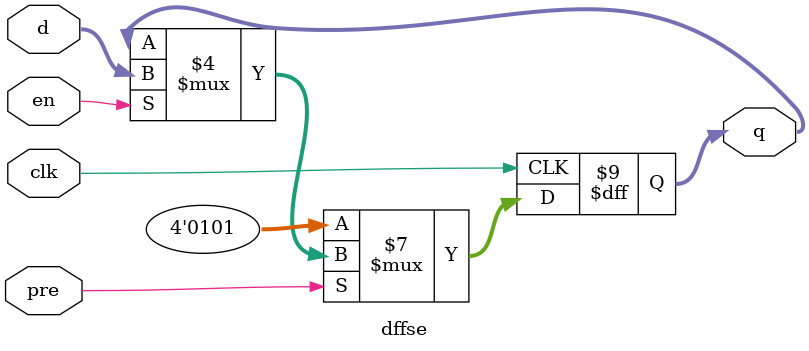
<source format=v>
module dff
    ( input [3:0] d, input clk, clr, output reg [3:0] q );
    initial begin
      q = 4'b0000;
    end
	always @( posedge clk )
		if ( clr )
			q <= 4'b0110;
		else
            q <= d;
endmodule

module adff
    ( input [3:0] d, input clk, clr, output reg [3:0] q );
    initial begin
      q = 4'b0000;
    end
	always @( posedge clk, posedge clr )
		if ( clr )
			q <= 4'b0110;
		else
            q <= d;
endmodule

module dffe
    ( input [3:0] d, input clk, en, output reg [3:0] q );
    initial begin
      q = 4'b0010;
    end
	always @( posedge clk)
		if ( en )
			q <= d;
endmodule

module dffse
    ( input [3:0] d, input clk, en, pre, output reg [3:0] q );
    initial begin
      q = 1;
    end
	always @( posedge clk )
		if ( !pre )
			q <= 4'b0101;
		else
			if ( en )
				q <= d;
endmodule

</source>
